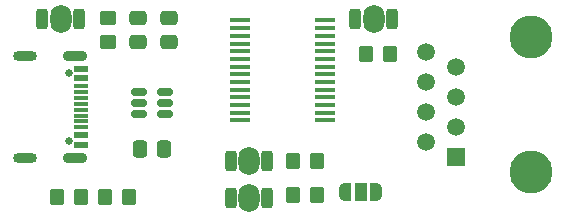
<source format=gbr>
%TF.GenerationSoftware,KiCad,Pcbnew,7.0.5.1-1-g8f565ef7f0-dirty-deb11*%
%TF.CreationDate,2023-06-19T19:43:29+00:00*%
%TF.ProjectId,USBMOUNT01,5553424d-4f55-44e5-9430-312e6b696361,rev?*%
%TF.SameCoordinates,Original*%
%TF.FileFunction,Soldermask,Top*%
%TF.FilePolarity,Negative*%
%FSLAX46Y46*%
G04 Gerber Fmt 4.6, Leading zero omitted, Abs format (unit mm)*
G04 Created by KiCad (PCBNEW 7.0.5.1-1-g8f565ef7f0-dirty-deb11) date 2023-06-19 19:43:29*
%MOMM*%
%LPD*%
G01*
G04 APERTURE LIST*
G04 Aperture macros list*
%AMRoundRect*
0 Rectangle with rounded corners*
0 $1 Rounding radius*
0 $2 $3 $4 $5 $6 $7 $8 $9 X,Y pos of 4 corners*
0 Add a 4 corners polygon primitive as box body*
4,1,4,$2,$3,$4,$5,$6,$7,$8,$9,$2,$3,0*
0 Add four circle primitives for the rounded corners*
1,1,$1+$1,$2,$3*
1,1,$1+$1,$4,$5*
1,1,$1+$1,$6,$7*
1,1,$1+$1,$8,$9*
0 Add four rect primitives between the rounded corners*
20,1,$1+$1,$2,$3,$4,$5,0*
20,1,$1+$1,$4,$5,$6,$7,0*
20,1,$1+$1,$6,$7,$8,$9,0*
20,1,$1+$1,$8,$9,$2,$3,0*%
%AMFreePoly0*
4,1,19,0.550000,-0.750000,0.000000,-0.750000,0.000000,-0.744911,-0.071157,-0.744911,-0.207708,-0.704816,-0.327430,-0.627875,-0.420627,-0.520320,-0.479746,-0.390866,-0.500000,-0.250000,-0.500000,0.250000,-0.479746,0.390866,-0.420627,0.520320,-0.327430,0.627875,-0.207708,0.704816,-0.071157,0.744911,0.000000,0.744911,0.000000,0.750000,0.550000,0.750000,0.550000,-0.750000,0.550000,-0.750000,
$1*%
%AMFreePoly1*
4,1,19,0.000000,0.744911,0.071157,0.744911,0.207708,0.704816,0.327430,0.627875,0.420627,0.520320,0.479746,0.390866,0.500000,0.250000,0.500000,-0.250000,0.479746,-0.390866,0.420627,-0.520320,0.327430,-0.627875,0.207708,-0.704816,0.071157,-0.744911,0.000000,-0.744911,0.000000,-0.750000,-0.550000,-0.750000,-0.550000,0.750000,0.000000,0.750000,0.000000,0.744911,0.000000,0.744911,
$1*%
G04 Aperture macros list end*
%ADD10RoundRect,0.250000X-0.475000X0.337500X-0.475000X-0.337500X0.475000X-0.337500X0.475000X0.337500X0*%
%ADD11RoundRect,0.250000X0.350000X0.450000X-0.350000X0.450000X-0.350000X-0.450000X0.350000X-0.450000X0*%
%ADD12R,1.750000X0.450000*%
%ADD13O,1.800000X2.400000*%
%ADD14RoundRect,0.190000X-0.285000X-0.685000X0.285000X-0.685000X0.285000X0.685000X-0.285000X0.685000X0*%
%ADD15RoundRect,0.150000X0.512500X0.150000X-0.512500X0.150000X-0.512500X-0.150000X0.512500X-0.150000X0*%
%ADD16RoundRect,0.250000X-0.350000X-0.450000X0.350000X-0.450000X0.350000X0.450000X-0.350000X0.450000X0*%
%ADD17C,0.650000*%
%ADD18R,1.160000X0.600000*%
%ADD19R,1.160000X0.300000*%
%ADD20O,2.100000X0.900000*%
%ADD21O,2.000000X0.900000*%
%ADD22FreePoly0,0.000000*%
%ADD23R,1.000000X1.500000*%
%ADD24FreePoly1,0.000000*%
%ADD25RoundRect,0.250000X0.450000X-0.350000X0.450000X0.350000X-0.450000X0.350000X-0.450000X-0.350000X0*%
%ADD26C,3.650000*%
%ADD27R,1.500000X1.500000*%
%ADD28C,1.500000*%
%ADD29RoundRect,0.250000X0.337500X0.475000X-0.337500X0.475000X-0.337500X-0.475000X0.337500X-0.475000X0*%
G04 APERTURE END LIST*
D10*
%TO.C,C2*%
X137414000Y-81364000D03*
X137414000Y-83439000D03*
%TD*%
D11*
%TO.C,R5*%
X156100000Y-84450000D03*
X154100000Y-84450000D03*
%TD*%
D12*
%TO.C,U1*%
X150600000Y-90050000D03*
X150600000Y-89400000D03*
X150600000Y-88750000D03*
X150600000Y-88100000D03*
X150600000Y-87450000D03*
X150600000Y-86800000D03*
X150600000Y-86150000D03*
X150600000Y-85500000D03*
X150600000Y-84850000D03*
X150600000Y-84200000D03*
X150600000Y-83550000D03*
X150600000Y-82900000D03*
X150600000Y-82250000D03*
X150600000Y-81600000D03*
X143400000Y-81600000D03*
X143400000Y-82250000D03*
X143400000Y-82900000D03*
X143400000Y-83550000D03*
X143400000Y-84200000D03*
X143400000Y-84850000D03*
X143400000Y-85500000D03*
X143400000Y-86150000D03*
X143400000Y-86800000D03*
X143400000Y-87450000D03*
X143400000Y-88100000D03*
X143400000Y-88750000D03*
X143400000Y-89400000D03*
X143400000Y-90050000D03*
%TD*%
D13*
%TO.C,D1*%
X128200000Y-81500000D03*
D14*
X126650000Y-81500000D03*
X129750000Y-81500000D03*
%TD*%
D15*
%TO.C,U2*%
X137075000Y-89535000D03*
X137075000Y-88585000D03*
X137075000Y-87635000D03*
X134800000Y-87635000D03*
X134800000Y-88585000D03*
X134800000Y-89535000D03*
%TD*%
D13*
%TO.C,D2*%
X144150000Y-96600000D03*
D14*
X142600000Y-96600000D03*
X145700000Y-96600000D03*
%TD*%
D11*
%TO.C,R4*%
X149900000Y-93500000D03*
X147900000Y-93500000D03*
%TD*%
D10*
%TO.C,C1*%
X134795500Y-81364000D03*
X134795500Y-83439000D03*
%TD*%
D16*
%TO.C,R7*%
X131985000Y-96520000D03*
X133985000Y-96520000D03*
%TD*%
D17*
%TO.C,P1*%
X128905000Y-86010000D03*
X128905000Y-91790000D03*
D18*
X129965000Y-85700000D03*
X129965000Y-86500000D03*
D19*
X129965000Y-87650000D03*
X129965000Y-88650000D03*
X129965000Y-89150000D03*
X129965000Y-90150000D03*
D18*
X129965000Y-91300000D03*
X129965000Y-92100000D03*
X129965000Y-92100000D03*
X129965000Y-91300000D03*
D19*
X129965000Y-90650000D03*
X129965000Y-89650000D03*
X129965000Y-88150000D03*
X129965000Y-87150000D03*
D18*
X129965000Y-86500000D03*
X129965000Y-85700000D03*
D20*
X129385000Y-84580000D03*
D21*
X125215000Y-84580000D03*
D20*
X129385000Y-93220000D03*
D21*
X125215000Y-93220000D03*
%TD*%
D11*
%TO.C,R6*%
X129921000Y-96520000D03*
X127921000Y-96520000D03*
%TD*%
D22*
%TO.C,JP1*%
X152300000Y-96100000D03*
D23*
X153600000Y-96100000D03*
D24*
X154900000Y-96100000D03*
%TD*%
D25*
%TO.C,R1*%
X132207000Y-83401500D03*
X132207000Y-81401500D03*
%TD*%
D11*
%TO.C,R3*%
X149900000Y-96400000D03*
X147900000Y-96400000D03*
%TD*%
D13*
%TO.C,D4*%
X154700000Y-81500000D03*
D14*
X153150000Y-81500000D03*
X156250000Y-81500000D03*
%TD*%
D26*
%TO.C,J1*%
X168050000Y-94470000D03*
X168050000Y-83040000D03*
D27*
X161700000Y-93200000D03*
D28*
X159160000Y-91930000D03*
X161700000Y-90660000D03*
X159160000Y-89390000D03*
X161700000Y-88120000D03*
X159160000Y-86850000D03*
X161700000Y-85580000D03*
X159160000Y-84310000D03*
%TD*%
D13*
%TO.C,D3*%
X144150000Y-93500000D03*
D14*
X142600000Y-93500000D03*
X145700000Y-93500000D03*
%TD*%
D29*
%TO.C,C3*%
X136975000Y-92456000D03*
X134900000Y-92456000D03*
%TD*%
M02*

</source>
